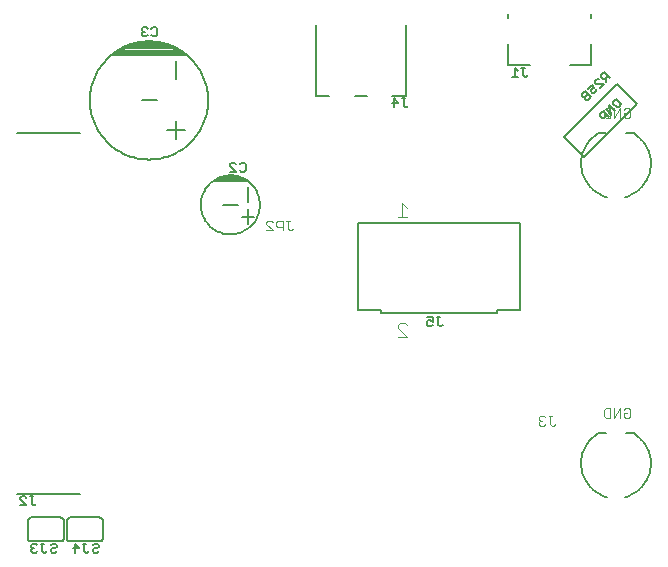
<source format=gbo>
G75*
%MOIN*%
%OFA0B0*%
%FSLAX24Y24*%
%IPPOS*%
%LPD*%
%AMOC8*
5,1,8,0,0,1.08239X$1,22.5*
%
%ADD10C,0.0030*%
%ADD11C,0.0040*%
%ADD12C,0.0050*%
%ADD13C,0.0060*%
%ADD14C,0.0080*%
D10*
X039933Y027570D02*
X039988Y027515D01*
X040098Y027515D01*
X040154Y027570D01*
X040043Y027680D02*
X039988Y027680D01*
X039933Y027625D01*
X039933Y027570D01*
X039988Y027680D02*
X039933Y027735D01*
X039933Y027790D01*
X039988Y027845D01*
X040098Y027845D01*
X040154Y027790D01*
X040265Y027845D02*
X040375Y027845D01*
X040320Y027845D02*
X040320Y027570D01*
X040375Y027515D01*
X040430Y027515D01*
X040485Y027570D01*
D11*
X042104Y027823D02*
X042104Y028037D01*
X042157Y028090D01*
X042317Y028090D01*
X042317Y027770D01*
X042157Y027770D01*
X042104Y027823D01*
X042435Y027770D02*
X042435Y028090D01*
X042649Y028090D02*
X042435Y027770D01*
X042649Y027770D02*
X042649Y028090D01*
X042766Y028037D02*
X042820Y028090D01*
X042927Y028090D01*
X042980Y028037D01*
X042980Y027823D01*
X042927Y027770D01*
X042820Y027770D01*
X042766Y027823D01*
X042766Y027930D01*
X042873Y027930D01*
X035540Y030470D02*
X035233Y030777D01*
X035233Y030854D01*
X035310Y030930D01*
X035464Y030930D01*
X035540Y030854D01*
X035540Y030470D02*
X035233Y030470D01*
X031677Y034020D02*
X031623Y034020D01*
X031570Y034073D01*
X031570Y034340D01*
X031623Y034340D02*
X031516Y034340D01*
X031399Y034340D02*
X031238Y034340D01*
X031185Y034287D01*
X031185Y034180D01*
X031238Y034127D01*
X031399Y034127D01*
X031399Y034020D02*
X031399Y034340D01*
X031067Y034287D02*
X031014Y034340D01*
X030907Y034340D01*
X030854Y034287D01*
X030854Y034234D01*
X031067Y034020D01*
X030854Y034020D01*
X031677Y034020D02*
X031730Y034073D01*
X035233Y034470D02*
X035540Y034470D01*
X035387Y034470D02*
X035387Y034930D01*
X035540Y034777D01*
X042104Y037823D02*
X042104Y038037D01*
X042157Y038090D01*
X042317Y038090D01*
X042317Y037770D01*
X042157Y037770D01*
X042104Y037823D01*
X042435Y037770D02*
X042435Y038090D01*
X042649Y038090D02*
X042435Y037770D01*
X042649Y037770D02*
X042649Y038090D01*
X042766Y038037D02*
X042820Y038090D01*
X042927Y038090D01*
X042980Y038037D01*
X042980Y037823D01*
X042927Y037770D01*
X042820Y037770D01*
X042766Y037823D01*
X042766Y037930D01*
X042873Y037930D01*
D12*
X042591Y038122D02*
X042528Y038122D01*
X042400Y038249D01*
X042400Y038313D01*
X042496Y038409D01*
X042687Y038218D01*
X042591Y038122D01*
X042478Y038009D02*
X042287Y038200D01*
X042351Y037882D01*
X042160Y038073D01*
X042079Y037992D02*
X041983Y037896D01*
X041983Y037833D01*
X042047Y037769D01*
X042111Y037769D01*
X042206Y037865D01*
X042270Y037801D02*
X042079Y037992D01*
X041673Y038476D02*
X041577Y038381D01*
X041514Y038381D01*
X041482Y038413D01*
X041482Y038476D01*
X041577Y038572D01*
X041658Y038653D02*
X041722Y038589D01*
X041786Y038589D01*
X041849Y038653D01*
X041849Y038717D01*
X041786Y038780D02*
X041690Y038748D01*
X041658Y038717D01*
X041658Y038653D01*
X041563Y038748D02*
X041690Y038876D01*
X041786Y038780D01*
X041835Y038893D02*
X041803Y038925D01*
X041803Y038989D01*
X041867Y039052D01*
X041930Y039052D01*
X042011Y039133D02*
X042075Y039070D01*
X042139Y039070D01*
X042234Y039165D01*
X042171Y039101D02*
X042171Y038974D01*
X042090Y038893D02*
X041835Y038893D01*
X041962Y038766D02*
X042090Y038893D01*
X042011Y039133D02*
X042011Y039197D01*
X042107Y039293D01*
X042298Y039101D01*
X041673Y038476D02*
X041482Y038668D01*
X041386Y038572D01*
X041386Y038508D01*
X041418Y038476D01*
X041482Y038476D01*
X039300Y034250D02*
X033900Y034250D01*
X033900Y031350D01*
X034670Y031350D01*
X034670Y031250D01*
X038530Y031250D01*
X038530Y031350D01*
X039300Y031350D01*
X039300Y034250D01*
D13*
X023157Y023280D02*
X023057Y023280D01*
X023007Y023330D01*
X023007Y023380D01*
X023057Y023430D01*
X023107Y023430D01*
X023057Y023430D02*
X023007Y023480D01*
X023007Y023530D01*
X023057Y023580D01*
X023157Y023580D01*
X023207Y023530D01*
X023338Y023580D02*
X023438Y023580D01*
X023388Y023580D02*
X023388Y023330D01*
X023438Y023280D01*
X023488Y023280D01*
X023539Y023330D01*
X023670Y023330D02*
X023720Y023280D01*
X023820Y023280D01*
X023870Y023330D01*
X023820Y023430D02*
X023720Y023430D01*
X023670Y023380D01*
X023670Y023330D01*
X023820Y023430D02*
X023870Y023480D01*
X023870Y023530D01*
X023820Y023580D01*
X023720Y023580D01*
X023670Y023530D01*
X024000Y023650D02*
X023000Y023650D01*
X022983Y023652D01*
X022966Y023656D01*
X022950Y023663D01*
X022936Y023673D01*
X022923Y023686D01*
X022913Y023700D01*
X022906Y023716D01*
X022902Y023733D01*
X022900Y023750D01*
X022900Y024350D01*
X022902Y024367D01*
X022906Y024384D01*
X022913Y024400D01*
X022923Y024414D01*
X022936Y024427D01*
X022950Y024437D01*
X022966Y024444D01*
X022983Y024448D01*
X023000Y024450D01*
X024000Y024450D01*
X024017Y024448D01*
X024034Y024444D01*
X024050Y024437D01*
X024064Y024427D01*
X024077Y024414D01*
X024087Y024400D01*
X024094Y024384D01*
X024098Y024367D01*
X024100Y024350D01*
X024100Y023750D01*
X024098Y023733D01*
X024094Y023716D01*
X024087Y023700D01*
X024077Y023686D01*
X024064Y023673D01*
X024050Y023663D01*
X024034Y023656D01*
X024017Y023652D01*
X024000Y023650D01*
X024200Y023750D02*
X024200Y024350D01*
X024202Y024367D01*
X024206Y024384D01*
X024213Y024400D01*
X024223Y024414D01*
X024236Y024427D01*
X024250Y024437D01*
X024266Y024444D01*
X024283Y024448D01*
X024300Y024450D01*
X025300Y024450D01*
X025317Y024448D01*
X025334Y024444D01*
X025350Y024437D01*
X025364Y024427D01*
X025377Y024414D01*
X025387Y024400D01*
X025394Y024384D01*
X025398Y024367D01*
X025400Y024350D01*
X025400Y023750D01*
X025398Y023733D01*
X025394Y023716D01*
X025387Y023700D01*
X025377Y023686D01*
X025364Y023673D01*
X025350Y023663D01*
X025334Y023656D01*
X025317Y023652D01*
X025300Y023650D01*
X024300Y023650D01*
X024283Y023652D01*
X024266Y023656D01*
X024250Y023663D01*
X024236Y023673D01*
X024223Y023686D01*
X024213Y023700D01*
X024206Y023716D01*
X024202Y023733D01*
X024200Y023750D01*
X024457Y023580D02*
X024607Y023430D01*
X024407Y023430D01*
X024457Y023280D02*
X024457Y023580D01*
X024738Y023580D02*
X024838Y023580D01*
X024788Y023580D02*
X024788Y023330D01*
X024838Y023280D01*
X024888Y023280D01*
X024939Y023330D01*
X025070Y023330D02*
X025120Y023280D01*
X025220Y023280D01*
X025270Y023330D01*
X025220Y023430D02*
X025120Y023430D01*
X025070Y023380D01*
X025070Y023330D01*
X025220Y023430D02*
X025270Y023480D01*
X025270Y023530D01*
X025220Y023580D01*
X025120Y023580D01*
X025070Y023530D01*
X023207Y023330D02*
X023157Y023280D01*
X023126Y024857D02*
X023076Y024857D01*
X023026Y024907D01*
X023026Y025157D01*
X023076Y025157D02*
X022976Y025157D01*
X022845Y025107D02*
X022795Y025157D01*
X022695Y025157D01*
X022645Y025107D01*
X022645Y025057D01*
X022845Y024857D01*
X022645Y024857D01*
X023126Y024857D02*
X023176Y024907D01*
X036201Y030870D02*
X036251Y030820D01*
X036351Y030820D01*
X036401Y030870D01*
X036401Y030970D02*
X036301Y031020D01*
X036251Y031020D01*
X036201Y030970D01*
X036201Y030870D01*
X036401Y030970D02*
X036401Y031120D01*
X036201Y031120D01*
X036533Y031120D02*
X036633Y031120D01*
X036583Y031120D02*
X036583Y030870D01*
X036633Y030820D01*
X036683Y030820D01*
X036733Y030870D01*
X030162Y036031D02*
X030112Y035981D01*
X030012Y035981D01*
X029962Y036031D01*
X029830Y035981D02*
X029630Y036181D01*
X029630Y036231D01*
X029680Y036281D01*
X029780Y036281D01*
X029830Y036231D01*
X029962Y036231D02*
X030012Y036281D01*
X030112Y036281D01*
X030162Y036231D01*
X030162Y036031D01*
X029830Y035981D02*
X029630Y035981D01*
X035051Y038270D02*
X035251Y038270D01*
X035101Y038420D01*
X035101Y038120D01*
X035433Y038170D02*
X035433Y038420D01*
X035483Y038420D02*
X035383Y038420D01*
X035433Y038170D02*
X035483Y038120D01*
X035533Y038120D01*
X035583Y038170D01*
X039024Y039142D02*
X039224Y039142D01*
X039124Y039142D02*
X039124Y039442D01*
X039224Y039342D01*
X039355Y039442D02*
X039456Y039442D01*
X039406Y039442D02*
X039406Y039192D01*
X039456Y039142D01*
X039506Y039142D01*
X039556Y039192D01*
X027221Y040545D02*
X027171Y040495D01*
X027071Y040495D01*
X027021Y040545D01*
X026890Y040545D02*
X026840Y040495D01*
X026740Y040495D01*
X026690Y040545D01*
X026690Y040595D01*
X026740Y040645D01*
X026790Y040645D01*
X026740Y040645D02*
X026690Y040695D01*
X026690Y040745D01*
X026740Y040795D01*
X026840Y040795D01*
X026890Y040745D01*
X027021Y040745D02*
X027071Y040795D01*
X027171Y040795D01*
X027221Y040745D01*
X027221Y040545D01*
D14*
X027440Y040250D02*
X028140Y039850D01*
X025740Y039850D01*
X026440Y040250D01*
X027440Y040250D01*
X027445Y040247D02*
X026435Y040247D01*
X026297Y040169D02*
X027583Y040169D01*
X027720Y040090D02*
X026160Y040090D01*
X026023Y040012D02*
X027857Y040012D01*
X027995Y039933D02*
X025885Y039933D01*
X025748Y039855D02*
X028132Y039855D01*
X027840Y039650D02*
X027840Y039050D01*
X027190Y038350D02*
X026690Y038350D01*
X024971Y038350D02*
X024973Y038438D01*
X024979Y038526D01*
X024989Y038614D01*
X025003Y038702D01*
X025020Y038788D01*
X025042Y038874D01*
X025067Y038958D01*
X025097Y039042D01*
X025129Y039124D01*
X025166Y039204D01*
X025206Y039283D01*
X025250Y039360D01*
X025297Y039435D01*
X025347Y039507D01*
X025401Y039578D01*
X025457Y039645D01*
X025517Y039711D01*
X025579Y039773D01*
X025645Y039833D01*
X025712Y039889D01*
X025783Y039943D01*
X025855Y039993D01*
X025930Y040040D01*
X026007Y040084D01*
X026086Y040124D01*
X026166Y040161D01*
X026248Y040193D01*
X026332Y040223D01*
X026416Y040248D01*
X026502Y040270D01*
X026588Y040287D01*
X026676Y040301D01*
X026764Y040311D01*
X026852Y040317D01*
X026940Y040319D01*
X027028Y040317D01*
X027116Y040311D01*
X027204Y040301D01*
X027292Y040287D01*
X027378Y040270D01*
X027464Y040248D01*
X027548Y040223D01*
X027632Y040193D01*
X027714Y040161D01*
X027794Y040124D01*
X027873Y040084D01*
X027950Y040040D01*
X028025Y039993D01*
X028097Y039943D01*
X028168Y039889D01*
X028235Y039833D01*
X028301Y039773D01*
X028363Y039711D01*
X028423Y039645D01*
X028479Y039578D01*
X028533Y039507D01*
X028583Y039435D01*
X028630Y039360D01*
X028674Y039283D01*
X028714Y039204D01*
X028751Y039124D01*
X028783Y039042D01*
X028813Y038958D01*
X028838Y038874D01*
X028860Y038788D01*
X028877Y038702D01*
X028891Y038614D01*
X028901Y038526D01*
X028907Y038438D01*
X028909Y038350D01*
X028907Y038262D01*
X028901Y038174D01*
X028891Y038086D01*
X028877Y037998D01*
X028860Y037912D01*
X028838Y037826D01*
X028813Y037742D01*
X028783Y037658D01*
X028751Y037576D01*
X028714Y037496D01*
X028674Y037417D01*
X028630Y037340D01*
X028583Y037265D01*
X028533Y037193D01*
X028479Y037122D01*
X028423Y037055D01*
X028363Y036989D01*
X028301Y036927D01*
X028235Y036867D01*
X028168Y036811D01*
X028097Y036757D01*
X028025Y036707D01*
X027950Y036660D01*
X027873Y036616D01*
X027794Y036576D01*
X027714Y036539D01*
X027632Y036507D01*
X027548Y036477D01*
X027464Y036452D01*
X027378Y036430D01*
X027292Y036413D01*
X027204Y036399D01*
X027116Y036389D01*
X027028Y036383D01*
X026940Y036381D01*
X026852Y036383D01*
X026764Y036389D01*
X026676Y036399D01*
X026588Y036413D01*
X026502Y036430D01*
X026416Y036452D01*
X026332Y036477D01*
X026248Y036507D01*
X026166Y036539D01*
X026086Y036576D01*
X026007Y036616D01*
X025930Y036660D01*
X025855Y036707D01*
X025783Y036757D01*
X025712Y036811D01*
X025645Y036867D01*
X025579Y036927D01*
X025517Y036989D01*
X025457Y037055D01*
X025401Y037122D01*
X025347Y037193D01*
X025297Y037265D01*
X025250Y037340D01*
X025206Y037417D01*
X025166Y037496D01*
X025129Y037576D01*
X025097Y037658D01*
X025067Y037742D01*
X025042Y037826D01*
X025020Y037912D01*
X025003Y037998D01*
X024989Y038086D01*
X024979Y038174D01*
X024973Y038262D01*
X024971Y038350D01*
X024630Y037254D02*
X022543Y037254D01*
X027540Y037350D02*
X028140Y037350D01*
X027840Y037050D02*
X027840Y037650D01*
X029100Y035670D02*
X029650Y035820D01*
X030200Y035670D01*
X029100Y035670D01*
X029188Y035694D02*
X030112Y035694D01*
X030250Y035470D02*
X030250Y034970D01*
X030250Y034720D02*
X030250Y034220D01*
X030450Y034470D02*
X030050Y034470D01*
X029900Y034870D02*
X029400Y034870D01*
X028666Y034870D02*
X028668Y034932D01*
X028674Y034995D01*
X028684Y035056D01*
X028698Y035117D01*
X028715Y035177D01*
X028736Y035236D01*
X028762Y035293D01*
X028790Y035348D01*
X028822Y035402D01*
X028858Y035453D01*
X028896Y035503D01*
X028938Y035549D01*
X028982Y035593D01*
X029030Y035634D01*
X029079Y035672D01*
X029131Y035706D01*
X029185Y035737D01*
X029241Y035765D01*
X029299Y035789D01*
X029358Y035810D01*
X029418Y035826D01*
X029479Y035839D01*
X029541Y035848D01*
X029603Y035853D01*
X029666Y035854D01*
X029728Y035851D01*
X029790Y035844D01*
X029852Y035833D01*
X029912Y035818D01*
X029972Y035800D01*
X030030Y035778D01*
X030087Y035752D01*
X030142Y035722D01*
X030195Y035689D01*
X030246Y035653D01*
X030294Y035614D01*
X030340Y035571D01*
X030383Y035526D01*
X030423Y035478D01*
X030460Y035428D01*
X030494Y035375D01*
X030525Y035321D01*
X030551Y035265D01*
X030575Y035207D01*
X030594Y035147D01*
X030610Y035087D01*
X030622Y035025D01*
X030630Y034964D01*
X030634Y034901D01*
X030634Y034839D01*
X030630Y034776D01*
X030622Y034715D01*
X030610Y034653D01*
X030594Y034593D01*
X030575Y034533D01*
X030551Y034475D01*
X030525Y034419D01*
X030494Y034365D01*
X030460Y034312D01*
X030423Y034262D01*
X030383Y034214D01*
X030340Y034169D01*
X030294Y034126D01*
X030246Y034087D01*
X030195Y034051D01*
X030142Y034018D01*
X030087Y033988D01*
X030030Y033962D01*
X029972Y033940D01*
X029912Y033922D01*
X029852Y033907D01*
X029790Y033896D01*
X029728Y033889D01*
X029666Y033886D01*
X029603Y033887D01*
X029541Y033892D01*
X029479Y033901D01*
X029418Y033914D01*
X029358Y033930D01*
X029299Y033951D01*
X029241Y033975D01*
X029185Y034003D01*
X029131Y034034D01*
X029079Y034068D01*
X029030Y034106D01*
X028982Y034147D01*
X028938Y034191D01*
X028896Y034237D01*
X028858Y034287D01*
X028822Y034338D01*
X028790Y034392D01*
X028762Y034447D01*
X028736Y034504D01*
X028715Y034563D01*
X028698Y034623D01*
X028684Y034684D01*
X028674Y034745D01*
X028668Y034808D01*
X028666Y034870D01*
X029476Y035773D02*
X029824Y035773D01*
X032500Y038500D02*
X032500Y040850D01*
X032500Y038500D02*
X032950Y038500D01*
X033800Y038500D02*
X034200Y038500D01*
X035050Y038500D02*
X035500Y038500D01*
X035500Y040850D01*
X038922Y041113D02*
X038922Y041231D01*
X038922Y040247D02*
X038922Y039538D01*
X039629Y039538D01*
X040971Y039538D02*
X041678Y039538D01*
X041678Y040247D01*
X041678Y041113D02*
X041678Y041231D01*
X042523Y038898D02*
X040769Y037144D01*
X041437Y036476D01*
X043191Y038230D01*
X042523Y038898D01*
X042840Y037250D02*
X043090Y037250D01*
X042160Y037250D02*
X041910Y037250D01*
X041854Y037214D01*
X041800Y037176D01*
X041748Y037134D01*
X041699Y037089D01*
X041652Y037042D01*
X041608Y036992D01*
X041567Y036939D01*
X041529Y036885D01*
X041494Y036828D01*
X041463Y036769D01*
X041435Y036709D01*
X041410Y036647D01*
X041389Y036584D01*
X041372Y036519D01*
X041359Y036454D01*
X041349Y036388D01*
X041343Y036322D01*
X041341Y036256D01*
X041343Y036189D01*
X041348Y036123D01*
X041358Y036057D01*
X041371Y035991D01*
X041387Y035927D01*
X041408Y035864D01*
X041432Y035802D01*
X041460Y035741D01*
X041491Y035682D01*
X041525Y035625D01*
X041563Y035570D01*
X041603Y035518D01*
X041647Y035467D01*
X041693Y035420D01*
X041743Y035375D01*
X041794Y035333D01*
X041848Y035294D01*
X041904Y035258D01*
X041962Y035225D01*
X042022Y035196D01*
X042084Y035170D01*
X042146Y035148D01*
X042210Y035130D01*
X042800Y035130D02*
X042864Y035149D01*
X042927Y035170D01*
X042989Y035196D01*
X043049Y035225D01*
X043108Y035258D01*
X043164Y035293D01*
X043218Y035333D01*
X043270Y035375D01*
X043319Y035420D01*
X043366Y035468D01*
X043410Y035518D01*
X043451Y035571D01*
X043488Y035626D01*
X043523Y035683D01*
X043554Y035742D01*
X043581Y035803D01*
X043605Y035866D01*
X043626Y035929D01*
X043642Y035994D01*
X043655Y036060D01*
X043664Y036126D01*
X043670Y036192D01*
X043671Y036259D01*
X043668Y036326D01*
X043662Y036392D01*
X043652Y036458D01*
X043638Y036524D01*
X043620Y036588D01*
X043599Y036651D01*
X043573Y036713D01*
X043545Y036774D01*
X043513Y036832D01*
X043477Y036889D01*
X043439Y036943D01*
X043397Y036996D01*
X043352Y037045D01*
X043305Y037092D01*
X043255Y037136D01*
X043202Y037178D01*
X043147Y037216D01*
X043090Y037251D01*
X043090Y027250D02*
X042840Y027250D01*
X042160Y027250D02*
X041910Y027250D01*
X041854Y027214D01*
X041800Y027176D01*
X041748Y027134D01*
X041699Y027089D01*
X041652Y027042D01*
X041608Y026992D01*
X041567Y026939D01*
X041529Y026885D01*
X041494Y026828D01*
X041463Y026769D01*
X041435Y026709D01*
X041410Y026647D01*
X041389Y026584D01*
X041372Y026519D01*
X041359Y026454D01*
X041349Y026388D01*
X041343Y026322D01*
X041341Y026256D01*
X041343Y026189D01*
X041348Y026123D01*
X041358Y026057D01*
X041371Y025991D01*
X041387Y025927D01*
X041408Y025864D01*
X041432Y025802D01*
X041460Y025741D01*
X041491Y025682D01*
X041525Y025625D01*
X041563Y025570D01*
X041603Y025518D01*
X041647Y025467D01*
X041693Y025420D01*
X041743Y025375D01*
X041794Y025333D01*
X041848Y025294D01*
X041904Y025258D01*
X041962Y025225D01*
X042022Y025196D01*
X042084Y025170D01*
X042146Y025148D01*
X042210Y025130D01*
X042800Y025130D02*
X042864Y025149D01*
X042927Y025170D01*
X042989Y025196D01*
X043049Y025225D01*
X043108Y025258D01*
X043164Y025293D01*
X043218Y025333D01*
X043270Y025375D01*
X043319Y025420D01*
X043366Y025468D01*
X043410Y025518D01*
X043451Y025571D01*
X043488Y025626D01*
X043523Y025683D01*
X043554Y025742D01*
X043581Y025803D01*
X043605Y025866D01*
X043626Y025929D01*
X043642Y025994D01*
X043655Y026060D01*
X043664Y026126D01*
X043670Y026192D01*
X043671Y026259D01*
X043668Y026326D01*
X043662Y026392D01*
X043652Y026458D01*
X043638Y026524D01*
X043620Y026588D01*
X043599Y026651D01*
X043573Y026713D01*
X043545Y026774D01*
X043513Y026832D01*
X043477Y026889D01*
X043439Y026943D01*
X043397Y026996D01*
X043352Y027045D01*
X043305Y027092D01*
X043255Y027136D01*
X043202Y027178D01*
X043147Y027216D01*
X043090Y027251D01*
X024630Y025246D02*
X022543Y025246D01*
M02*

</source>
